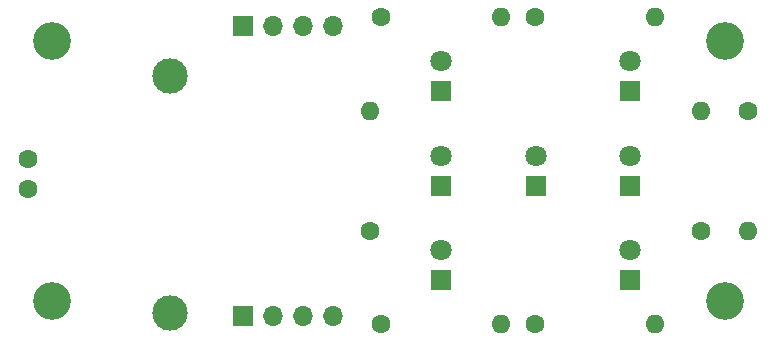
<source format=gbs>
%TF.GenerationSoftware,KiCad,Pcbnew,7.0.2*%
%TF.CreationDate,2024-01-31T21:45:49+01:00*%
%TF.ProjectId,EDice,45446963-652e-46b6-9963-61645f706362,rev?*%
%TF.SameCoordinates,Original*%
%TF.FileFunction,Soldermask,Bot*%
%TF.FilePolarity,Negative*%
%FSLAX46Y46*%
G04 Gerber Fmt 4.6, Leading zero omitted, Abs format (unit mm)*
G04 Created by KiCad (PCBNEW 7.0.2) date 2024-01-31 21:45:49*
%MOMM*%
%LPD*%
G01*
G04 APERTURE LIST*
%ADD10R,1.800000X1.800000*%
%ADD11C,1.800000*%
%ADD12C,3.200000*%
%ADD13C,1.600000*%
%ADD14O,1.600000X1.600000*%
%ADD15R,1.700000X1.700000*%
%ADD16O,1.700000X1.700000*%
%ADD17C,3.000000*%
G04 APERTURE END LIST*
D10*
%TO.C,D3*%
X130000000Y-96250000D03*
D11*
X130000000Y-93710000D03*
%TD*%
D12*
%TO.C,H2*%
X154000000Y-84000000D03*
%TD*%
D10*
%TO.C,D1*%
X130000000Y-88250000D03*
D11*
X130000000Y-85710000D03*
%TD*%
D10*
%TO.C,D4*%
X138000000Y-96250000D03*
D11*
X138000000Y-93710000D03*
%TD*%
D10*
%TO.C,D2*%
X146000000Y-88250000D03*
D11*
X146000000Y-85710000D03*
%TD*%
D12*
%TO.C,H4*%
X97000000Y-106000000D03*
%TD*%
D13*
%TO.C,R1*%
X124920000Y-82000000D03*
D14*
X135080000Y-82000000D03*
%TD*%
D13*
%TO.C,R6*%
X156000000Y-89920000D03*
D14*
X156000000Y-100080000D03*
%TD*%
D13*
%TO.C,R7*%
X137920000Y-108000000D03*
D14*
X148080000Y-108000000D03*
%TD*%
D10*
%TO.C,D7*%
X146000000Y-104250000D03*
D11*
X146000000Y-101710000D03*
%TD*%
D12*
%TO.C,H1*%
X97000000Y-84000000D03*
%TD*%
%TO.C,H3*%
X154000000Y-106000000D03*
%TD*%
D13*
%TO.C,R4*%
X152000000Y-100080000D03*
D14*
X152000000Y-89920000D03*
%TD*%
D10*
%TO.C,D5*%
X130000000Y-104250000D03*
D11*
X130000000Y-101710000D03*
%TD*%
D13*
%TO.C,R2*%
X137920000Y-82000000D03*
D14*
X148080000Y-82000000D03*
%TD*%
D13*
%TO.C,R3*%
X124000000Y-100080000D03*
D14*
X124000000Y-89920000D03*
%TD*%
D13*
%TO.C,C1*%
X95000000Y-94000000D03*
X95000000Y-96500000D03*
%TD*%
D10*
%TO.C,D6*%
X146000000Y-96250000D03*
D11*
X146000000Y-93710000D03*
%TD*%
D13*
%TO.C,R5*%
X124920000Y-108000000D03*
D14*
X135080000Y-108000000D03*
%TD*%
D15*
%TO.C,J2*%
X113200000Y-82730000D03*
D16*
X115740000Y-82730000D03*
X118280000Y-82730000D03*
X120820000Y-82730000D03*
%TD*%
%TO.C,J3*%
X120820000Y-107270000D03*
X118280000Y-107270000D03*
X115740000Y-107270000D03*
D15*
X113200000Y-107270000D03*
%TD*%
D17*
%TO.C,BT1*%
X107000000Y-107000000D03*
X107000000Y-87000000D03*
%TD*%
M02*

</source>
